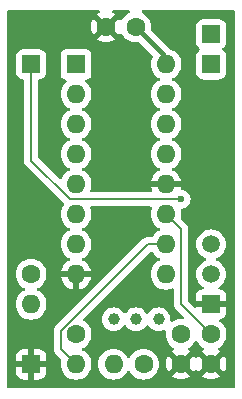
<source format=gbr>
%TF.GenerationSoftware,KiCad,Pcbnew,8.0.6*%
%TF.CreationDate,2024-11-20T20:55:37+11:00*%
%TF.ProjectId,clock-divider,636c6f63-6b2d-4646-9976-696465722e6b,1*%
%TF.SameCoordinates,Original*%
%TF.FileFunction,Copper,L1,Top*%
%TF.FilePolarity,Positive*%
%FSLAX46Y46*%
G04 Gerber Fmt 4.6, Leading zero omitted, Abs format (unit mm)*
G04 Created by KiCad (PCBNEW 8.0.6) date 2024-11-20 20:55:37*
%MOMM*%
%LPD*%
G01*
G04 APERTURE LIST*
G04 Aperture macros list*
%AMRoundRect*
0 Rectangle with rounded corners*
0 $1 Rounding radius*
0 $2 $3 $4 $5 $6 $7 $8 $9 X,Y pos of 4 corners*
0 Add a 4 corners polygon primitive as box body*
4,1,4,$2,$3,$4,$5,$6,$7,$8,$9,$2,$3,0*
0 Add four circle primitives for the rounded corners*
1,1,$1+$1,$2,$3*
1,1,$1+$1,$4,$5*
1,1,$1+$1,$6,$7*
1,1,$1+$1,$8,$9*
0 Add four rect primitives between the rounded corners*
20,1,$1+$1,$2,$3,$4,$5,0*
20,1,$1+$1,$4,$5,$6,$7,0*
20,1,$1+$1,$6,$7,$8,$9,0*
20,1,$1+$1,$8,$9,$2,$3,0*%
G04 Aperture macros list end*
%TA.AperFunction,ComponentPad*%
%ADD10R,1.600000X1.600000*%
%TD*%
%TA.AperFunction,ComponentPad*%
%ADD11O,1.600000X1.600000*%
%TD*%
%TA.AperFunction,ComponentPad*%
%ADD12RoundRect,0.250000X-0.550000X-0.550000X0.550000X-0.550000X0.550000X0.550000X-0.550000X0.550000X0*%
%TD*%
%TA.AperFunction,ComponentPad*%
%ADD13C,1.600000*%
%TD*%
%TA.AperFunction,ComponentPad*%
%ADD14R,1.500000X1.500000*%
%TD*%
%TA.AperFunction,ComponentPad*%
%ADD15C,1.500000*%
%TD*%
%TA.AperFunction,ComponentPad*%
%ADD16C,1.000000*%
%TD*%
%TA.AperFunction,ViaPad*%
%ADD17C,0.600000*%
%TD*%
%TA.AperFunction,Conductor*%
%ADD18C,0.200000*%
%TD*%
%TA.AperFunction,Conductor*%
%ADD19C,0.400000*%
%TD*%
G04 APERTURE END LIST*
D10*
%TO.P,U1,1,Q12*%
%TO.N,Net-(JP8-A)*%
X67310000Y-76200000D03*
D11*
%TO.P,U1,2,Q13*%
%TO.N,Net-(JP9-A)*%
X67310000Y-78740000D03*
%TO.P,U1,3,Q14*%
%TO.N,Net-(JP10-A)*%
X67310000Y-81280000D03*
%TO.P,U1,4,Q6*%
%TO.N,Net-(JP3-A)*%
X67310000Y-83820000D03*
%TO.P,U1,5,Q5*%
%TO.N,Net-(JP2-A)*%
X67310000Y-86360000D03*
%TO.P,U1,6,Q7*%
%TO.N,Net-(JP4-A)*%
X67310000Y-88900000D03*
%TO.P,U1,7,Q4*%
%TO.N,Net-(JP1-A)*%
X67310000Y-91440000D03*
%TO.P,U1,8,VSS*%
%TO.N,GND*%
X67310000Y-93980000D03*
%TO.P,U1,9,~{\u03A60}*%
%TO.N,unconnected-(U1-~{\u03A60}-Pad9)*%
X74930000Y-93980000D03*
%TO.P,U1,10,\u03A60*%
%TO.N,Net-(U1-\u03A60)*%
X74930000Y-91440000D03*
%TO.P,U1,11,~{\u03A61}*%
%TO.N,Net-(JP11-B)*%
X74930000Y-88900000D03*
%TO.P,U1,12,CLR*%
%TO.N,GND*%
X74930000Y-86360000D03*
%TO.P,U1,13,Q9*%
%TO.N,Net-(JP6-A)*%
X74930000Y-83820000D03*
%TO.P,U1,14,Q8*%
%TO.N,Net-(JP5-A)*%
X74930000Y-81280000D03*
%TO.P,U1,15,Q10*%
%TO.N,Net-(JP7-A)*%
X74930000Y-78740000D03*
%TO.P,U1,16,VDD*%
%TO.N,+5V*%
X74930000Y-76200000D03*
%TD*%
D12*
%TO.P,J2,1,Pin_1*%
%TO.N,+5V*%
X78740000Y-73660000D03*
%TD*%
%TO.P,J3,1,Pin_1*%
%TO.N,Net-(J3-Pin_1)*%
X63500000Y-76200000D03*
%TD*%
D13*
%TO.P,C3,1*%
%TO.N,+5V*%
X72350000Y-73025000D03*
%TO.P,C3,2*%
%TO.N,GND*%
X69850000Y-73025000D03*
%TD*%
%TO.P,R3,1*%
%TO.N,Net-(JP1-B)*%
X63500000Y-93980000D03*
D11*
%TO.P,R3,2*%
%TO.N,Net-(Q1-B)*%
X63500000Y-96520000D03*
%TD*%
D14*
%TO.P,Q1,1,E*%
%TO.N,GND*%
X78740000Y-96520000D03*
D15*
%TO.P,Q1,2,B*%
%TO.N,Net-(Q1-B)*%
X78740000Y-93980000D03*
%TO.P,Q1,3,C*%
%TO.N,Net-(J4-Pin_1)*%
X78740000Y-91440000D03*
%TD*%
D12*
%TO.P,J1,1,Pin_1*%
%TO.N,GND*%
X63500000Y-101600000D03*
%TD*%
D13*
%TO.P,R2,1*%
%TO.N,Net-(C1-Pad1)*%
X73025000Y-101600000D03*
D11*
%TO.P,R2,2*%
%TO.N,Net-(U1-\u03A60)*%
X70485000Y-101600000D03*
%TD*%
D13*
%TO.P,C1,1*%
%TO.N,Net-(C1-Pad1)*%
X76200000Y-99060000D03*
%TO.P,C1,2*%
%TO.N,GND*%
X76200000Y-101560000D03*
%TD*%
D16*
%TO.P,Y1,1,1*%
%TO.N,Net-(JP11-B)*%
X70485000Y-97790000D03*
%TO.P,Y1,2,2*%
%TO.N,Net-(C1-Pad1)*%
X72385000Y-97790000D03*
X74295000Y-97790000D03*
%TD*%
D13*
%TO.P,R1,1*%
%TO.N,Net-(JP11-B)*%
X67310000Y-99060000D03*
D11*
%TO.P,R1,2*%
%TO.N,Net-(U1-\u03A60)*%
X67310000Y-101600000D03*
%TD*%
D12*
%TO.P,J4,1,Pin_1*%
%TO.N,Net-(J4-Pin_1)*%
X78740000Y-76200000D03*
%TD*%
D13*
%TO.P,C2,1*%
%TO.N,Net-(JP11-B)*%
X78740000Y-99060000D03*
%TO.P,C2,2*%
%TO.N,GND*%
X78740000Y-101560000D03*
%TD*%
D17*
%TO.N,Net-(J3-Pin_1)*%
X76200000Y-87630000D03*
%TD*%
D18*
%TO.N,Net-(U1-\u03A60)*%
X74930000Y-91440000D02*
X73374365Y-91440000D01*
X66040000Y-98774365D02*
X66040000Y-100330000D01*
X66040000Y-100330000D02*
X67310000Y-101600000D01*
X73374365Y-91440000D02*
X66040000Y-98774365D01*
D19*
%TO.N,+5V*%
X72350000Y-73025000D02*
X74680000Y-75355000D01*
X74680000Y-75355000D02*
X74680000Y-76215000D01*
D18*
%TO.N,Net-(J3-Pin_1)*%
X63500000Y-84370635D02*
X66759365Y-87630000D01*
X63500000Y-76200000D02*
X63500000Y-84370635D01*
X66759365Y-87630000D02*
X76200000Y-87630000D01*
%TO.N,Net-(JP11-B)*%
X76200000Y-96520000D02*
X78740000Y-99060000D01*
X76200000Y-90170000D02*
X76200000Y-96520000D01*
X74930000Y-88900000D02*
X76200000Y-90170000D01*
%TD*%
%TA.AperFunction,Conductor*%
%TO.N,GND*%
G36*
X69293609Y-71640185D02*
G01*
X69339364Y-71692989D01*
X69349308Y-71762147D01*
X69320283Y-71825703D01*
X69278974Y-71856882D01*
X69197520Y-71894864D01*
X69197512Y-71894868D01*
X69124526Y-71945973D01*
X69124526Y-71945974D01*
X69803553Y-72625000D01*
X69797339Y-72625000D01*
X69695606Y-72652259D01*
X69604394Y-72704920D01*
X69529920Y-72779394D01*
X69477259Y-72870606D01*
X69450000Y-72972339D01*
X69450000Y-72978552D01*
X68770974Y-72299526D01*
X68770973Y-72299526D01*
X68719868Y-72372512D01*
X68719866Y-72372516D01*
X68623734Y-72578673D01*
X68623730Y-72578682D01*
X68564860Y-72798389D01*
X68564858Y-72798400D01*
X68545034Y-73024997D01*
X68545034Y-73025002D01*
X68564858Y-73251599D01*
X68564860Y-73251610D01*
X68623730Y-73471317D01*
X68623735Y-73471331D01*
X68719863Y-73677478D01*
X68770974Y-73750472D01*
X69450000Y-73071446D01*
X69450000Y-73077661D01*
X69477259Y-73179394D01*
X69529920Y-73270606D01*
X69604394Y-73345080D01*
X69695606Y-73397741D01*
X69797339Y-73425000D01*
X69803553Y-73425000D01*
X69124526Y-74104025D01*
X69197513Y-74155132D01*
X69197521Y-74155136D01*
X69403668Y-74251264D01*
X69403682Y-74251269D01*
X69623389Y-74310139D01*
X69623400Y-74310141D01*
X69849998Y-74329966D01*
X69850002Y-74329966D01*
X70076599Y-74310141D01*
X70076610Y-74310139D01*
X70296317Y-74251269D01*
X70296331Y-74251264D01*
X70502478Y-74155136D01*
X70575471Y-74104024D01*
X69896447Y-73425000D01*
X69902661Y-73425000D01*
X70004394Y-73397741D01*
X70095606Y-73345080D01*
X70170080Y-73270606D01*
X70222741Y-73179394D01*
X70250000Y-73077661D01*
X70250000Y-73071447D01*
X70929024Y-73750471D01*
X70980134Y-73677481D01*
X70987340Y-73662028D01*
X71033511Y-73609587D01*
X71100704Y-73590433D01*
X71167585Y-73610646D01*
X71212105Y-73662022D01*
X71219430Y-73677730D01*
X71219432Y-73677734D01*
X71349954Y-73864141D01*
X71510858Y-74025045D01*
X71510861Y-74025047D01*
X71697266Y-74155568D01*
X71903504Y-74251739D01*
X72123308Y-74310635D01*
X72285230Y-74324801D01*
X72349998Y-74330468D01*
X72350000Y-74330468D01*
X72350001Y-74330468D01*
X72368304Y-74328866D01*
X72576692Y-74310635D01*
X72576697Y-74310633D01*
X72581881Y-74310180D01*
X72650381Y-74323946D01*
X72680370Y-74346027D01*
X73764170Y-75429827D01*
X73797655Y-75491150D01*
X73792671Y-75560842D01*
X73788871Y-75569913D01*
X73703262Y-75753502D01*
X73703258Y-75753511D01*
X73644366Y-75973302D01*
X73644364Y-75973313D01*
X73624532Y-76199998D01*
X73624532Y-76200001D01*
X73644364Y-76426686D01*
X73644366Y-76426697D01*
X73703258Y-76646488D01*
X73703261Y-76646497D01*
X73799431Y-76852732D01*
X73799432Y-76852734D01*
X73929954Y-77039141D01*
X74090858Y-77200045D01*
X74090861Y-77200047D01*
X74277266Y-77330568D01*
X74335275Y-77357618D01*
X74387714Y-77403791D01*
X74406866Y-77470984D01*
X74386650Y-77537865D01*
X74335275Y-77582381D01*
X74318272Y-77590310D01*
X74277267Y-77609431D01*
X74277265Y-77609432D01*
X74090858Y-77739954D01*
X73929954Y-77900858D01*
X73799432Y-78087265D01*
X73799431Y-78087267D01*
X73703261Y-78293502D01*
X73703258Y-78293511D01*
X73644366Y-78513302D01*
X73644364Y-78513313D01*
X73624532Y-78739998D01*
X73624532Y-78740001D01*
X73644364Y-78966686D01*
X73644366Y-78966697D01*
X73703258Y-79186488D01*
X73703261Y-79186497D01*
X73799431Y-79392732D01*
X73799432Y-79392734D01*
X73929954Y-79579141D01*
X74090858Y-79740045D01*
X74090861Y-79740047D01*
X74277266Y-79870568D01*
X74335275Y-79897618D01*
X74387714Y-79943791D01*
X74406866Y-80010984D01*
X74386650Y-80077865D01*
X74335275Y-80122382D01*
X74277267Y-80149431D01*
X74277265Y-80149432D01*
X74090858Y-80279954D01*
X73929954Y-80440858D01*
X73799432Y-80627265D01*
X73799431Y-80627267D01*
X73703261Y-80833502D01*
X73703258Y-80833511D01*
X73644366Y-81053302D01*
X73644364Y-81053313D01*
X73624532Y-81279998D01*
X73624532Y-81280001D01*
X73644364Y-81506686D01*
X73644366Y-81506697D01*
X73703258Y-81726488D01*
X73703261Y-81726497D01*
X73799431Y-81932732D01*
X73799432Y-81932734D01*
X73929954Y-82119141D01*
X74090858Y-82280045D01*
X74090861Y-82280047D01*
X74277266Y-82410568D01*
X74335275Y-82437618D01*
X74387714Y-82483791D01*
X74406866Y-82550984D01*
X74386650Y-82617865D01*
X74335275Y-82662382D01*
X74277267Y-82689431D01*
X74277265Y-82689432D01*
X74090858Y-82819954D01*
X73929954Y-82980858D01*
X73799432Y-83167265D01*
X73799431Y-83167267D01*
X73703261Y-83373502D01*
X73703258Y-83373511D01*
X73644366Y-83593302D01*
X73644364Y-83593313D01*
X73624532Y-83819998D01*
X73624532Y-83820001D01*
X73644364Y-84046686D01*
X73644366Y-84046697D01*
X73703258Y-84266488D01*
X73703261Y-84266497D01*
X73799431Y-84472732D01*
X73799432Y-84472734D01*
X73929954Y-84659141D01*
X74090858Y-84820045D01*
X74090861Y-84820047D01*
X74277266Y-84950568D01*
X74335865Y-84977893D01*
X74388305Y-85024065D01*
X74407457Y-85091258D01*
X74387242Y-85158139D01*
X74335867Y-85202657D01*
X74277515Y-85229867D01*
X74091179Y-85360342D01*
X73930342Y-85521179D01*
X73799865Y-85707517D01*
X73703734Y-85913673D01*
X73703730Y-85913682D01*
X73651127Y-86109999D01*
X73651128Y-86110000D01*
X74614314Y-86110000D01*
X74609920Y-86114394D01*
X74557259Y-86205606D01*
X74530000Y-86307339D01*
X74530000Y-86412661D01*
X74557259Y-86514394D01*
X74609920Y-86605606D01*
X74614314Y-86610000D01*
X73651128Y-86610000D01*
X73703730Y-86806317D01*
X73703735Y-86806331D01*
X73725542Y-86853096D01*
X73736034Y-86922174D01*
X73707514Y-86985957D01*
X73649037Y-87024196D01*
X73613160Y-87029500D01*
X68627391Y-87029500D01*
X68560352Y-87009815D01*
X68514597Y-86957011D01*
X68504653Y-86887853D01*
X68515009Y-86853095D01*
X68536739Y-86806496D01*
X68595635Y-86586692D01*
X68615468Y-86360000D01*
X68595635Y-86133308D01*
X68536739Y-85913504D01*
X68440568Y-85707266D01*
X68310047Y-85520861D01*
X68310045Y-85520858D01*
X68149141Y-85359954D01*
X67962734Y-85229432D01*
X67962728Y-85229429D01*
X67904725Y-85202382D01*
X67852285Y-85156210D01*
X67833133Y-85089017D01*
X67853348Y-85022135D01*
X67904725Y-84977618D01*
X67962734Y-84950568D01*
X68149139Y-84820047D01*
X68310047Y-84659139D01*
X68440568Y-84472734D01*
X68536739Y-84266496D01*
X68595635Y-84046692D01*
X68615468Y-83820000D01*
X68595635Y-83593308D01*
X68536739Y-83373504D01*
X68440568Y-83167266D01*
X68310047Y-82980861D01*
X68310045Y-82980858D01*
X68149141Y-82819954D01*
X67962734Y-82689432D01*
X67962728Y-82689429D01*
X67904725Y-82662382D01*
X67852285Y-82616210D01*
X67833133Y-82549017D01*
X67853348Y-82482135D01*
X67904725Y-82437618D01*
X67962734Y-82410568D01*
X68149139Y-82280047D01*
X68310047Y-82119139D01*
X68440568Y-81932734D01*
X68536739Y-81726496D01*
X68595635Y-81506692D01*
X68615468Y-81280000D01*
X68595635Y-81053308D01*
X68536739Y-80833504D01*
X68440568Y-80627266D01*
X68310047Y-80440861D01*
X68310045Y-80440858D01*
X68149141Y-80279954D01*
X67962734Y-80149432D01*
X67962728Y-80149429D01*
X67904725Y-80122382D01*
X67852285Y-80076210D01*
X67833133Y-80009017D01*
X67853348Y-79942135D01*
X67904725Y-79897618D01*
X67962734Y-79870568D01*
X68149139Y-79740047D01*
X68310047Y-79579139D01*
X68440568Y-79392734D01*
X68536739Y-79186496D01*
X68595635Y-78966692D01*
X68615468Y-78740000D01*
X68595635Y-78513308D01*
X68536739Y-78293504D01*
X68440568Y-78087266D01*
X68310047Y-77900861D01*
X68310045Y-77900858D01*
X68149143Y-77739956D01*
X68124536Y-77722726D01*
X68080912Y-77668149D01*
X68073719Y-77598650D01*
X68105241Y-77536296D01*
X68165471Y-77500882D01*
X68182404Y-77497861D01*
X68217483Y-77494091D01*
X68352331Y-77443796D01*
X68467546Y-77357546D01*
X68553796Y-77242331D01*
X68604091Y-77107483D01*
X68610500Y-77047873D01*
X68610499Y-75352128D01*
X68604091Y-75292517D01*
X68569567Y-75199954D01*
X68553797Y-75157671D01*
X68553793Y-75157664D01*
X68467547Y-75042455D01*
X68467544Y-75042452D01*
X68352335Y-74956206D01*
X68352328Y-74956202D01*
X68217482Y-74905908D01*
X68217483Y-74905908D01*
X68157883Y-74899501D01*
X68157881Y-74899500D01*
X68157873Y-74899500D01*
X68157864Y-74899500D01*
X66462129Y-74899500D01*
X66462123Y-74899501D01*
X66402516Y-74905908D01*
X66267671Y-74956202D01*
X66267664Y-74956206D01*
X66152455Y-75042452D01*
X66152452Y-75042455D01*
X66066206Y-75157664D01*
X66066202Y-75157671D01*
X66015908Y-75292517D01*
X66011807Y-75330666D01*
X66009501Y-75352123D01*
X66009500Y-75352135D01*
X66009500Y-77047870D01*
X66009501Y-77047876D01*
X66015908Y-77107483D01*
X66066202Y-77242328D01*
X66066206Y-77242335D01*
X66152452Y-77357544D01*
X66152455Y-77357547D01*
X66267664Y-77443793D01*
X66267671Y-77443797D01*
X66312618Y-77460561D01*
X66402517Y-77494091D01*
X66437596Y-77497862D01*
X66502144Y-77524599D01*
X66541993Y-77581991D01*
X66544488Y-77651816D01*
X66508836Y-77711905D01*
X66495464Y-77722725D01*
X66470858Y-77739954D01*
X66309954Y-77900858D01*
X66179432Y-78087265D01*
X66179431Y-78087267D01*
X66083261Y-78293502D01*
X66083258Y-78293511D01*
X66024366Y-78513302D01*
X66024364Y-78513313D01*
X66004532Y-78739998D01*
X66004532Y-78740001D01*
X66024364Y-78966686D01*
X66024366Y-78966697D01*
X66083258Y-79186488D01*
X66083261Y-79186497D01*
X66179431Y-79392732D01*
X66179432Y-79392734D01*
X66309954Y-79579141D01*
X66470858Y-79740045D01*
X66470861Y-79740047D01*
X66657266Y-79870568D01*
X66715275Y-79897618D01*
X66767714Y-79943791D01*
X66786866Y-80010984D01*
X66766650Y-80077865D01*
X66715275Y-80122382D01*
X66657267Y-80149431D01*
X66657265Y-80149432D01*
X66470858Y-80279954D01*
X66309954Y-80440858D01*
X66179432Y-80627265D01*
X66179431Y-80627267D01*
X66083261Y-80833502D01*
X66083258Y-80833511D01*
X66024366Y-81053302D01*
X66024364Y-81053313D01*
X66004532Y-81279998D01*
X66004532Y-81280001D01*
X66024364Y-81506686D01*
X66024366Y-81506697D01*
X66083258Y-81726488D01*
X66083261Y-81726497D01*
X66179431Y-81932732D01*
X66179432Y-81932734D01*
X66309954Y-82119141D01*
X66470858Y-82280045D01*
X66470861Y-82280047D01*
X66657266Y-82410568D01*
X66715275Y-82437618D01*
X66767714Y-82483791D01*
X66786866Y-82550984D01*
X66766650Y-82617865D01*
X66715275Y-82662382D01*
X66657267Y-82689431D01*
X66657265Y-82689432D01*
X66470858Y-82819954D01*
X66309954Y-82980858D01*
X66179432Y-83167265D01*
X66179431Y-83167267D01*
X66083261Y-83373502D01*
X66083258Y-83373511D01*
X66024366Y-83593302D01*
X66024364Y-83593313D01*
X66004532Y-83819998D01*
X66004532Y-83820001D01*
X66024364Y-84046686D01*
X66024366Y-84046697D01*
X66083258Y-84266488D01*
X66083261Y-84266497D01*
X66179431Y-84472732D01*
X66179432Y-84472734D01*
X66309954Y-84659141D01*
X66470858Y-84820045D01*
X66470861Y-84820047D01*
X66657266Y-84950568D01*
X66715275Y-84977618D01*
X66767714Y-85023791D01*
X66786866Y-85090984D01*
X66766650Y-85157865D01*
X66715275Y-85202382D01*
X66657267Y-85229431D01*
X66657265Y-85229432D01*
X66470858Y-85359954D01*
X66309954Y-85520858D01*
X66179433Y-85707264D01*
X66097311Y-85883373D01*
X66051138Y-85935812D01*
X65983944Y-85954963D01*
X65917063Y-85934747D01*
X65897248Y-85918648D01*
X64136819Y-84158219D01*
X64103334Y-84096896D01*
X64100500Y-84070538D01*
X64100500Y-77612162D01*
X64120185Y-77545123D01*
X64172989Y-77499368D01*
X64198552Y-77490907D01*
X64202788Y-77489999D01*
X64202797Y-77489999D01*
X64369334Y-77434814D01*
X64518656Y-77342712D01*
X64642712Y-77218656D01*
X64734814Y-77069334D01*
X64789999Y-76902797D01*
X64800500Y-76800009D01*
X64800499Y-75599992D01*
X64789999Y-75497203D01*
X64734814Y-75330666D01*
X64642712Y-75181344D01*
X64518656Y-75057288D01*
X64425888Y-75000069D01*
X64369336Y-74965187D01*
X64369331Y-74965185D01*
X64342222Y-74956202D01*
X64202797Y-74910001D01*
X64202795Y-74910000D01*
X64100010Y-74899500D01*
X62899998Y-74899500D01*
X62899981Y-74899501D01*
X62797203Y-74910000D01*
X62797200Y-74910001D01*
X62630668Y-74965185D01*
X62630663Y-74965187D01*
X62481342Y-75057289D01*
X62357289Y-75181342D01*
X62265187Y-75330663D01*
X62265185Y-75330668D01*
X62258074Y-75352128D01*
X62210001Y-75497203D01*
X62210001Y-75497204D01*
X62210000Y-75497204D01*
X62199500Y-75599983D01*
X62199500Y-76800001D01*
X62199501Y-76800018D01*
X62210000Y-76902796D01*
X62210001Y-76902799D01*
X62258078Y-77047883D01*
X62265186Y-77069334D01*
X62357288Y-77218656D01*
X62481344Y-77342712D01*
X62630666Y-77434814D01*
X62797203Y-77489999D01*
X62797209Y-77489999D01*
X62801448Y-77490907D01*
X62862884Y-77524185D01*
X62896576Y-77585394D01*
X62899500Y-77612162D01*
X62899500Y-84283965D01*
X62899499Y-84283983D01*
X62899499Y-84449689D01*
X62899498Y-84449689D01*
X62899499Y-84449692D01*
X62940423Y-84602420D01*
X62940424Y-84602422D01*
X62940423Y-84602422D01*
X62949426Y-84618014D01*
X62949427Y-84618015D01*
X63019477Y-84739347D01*
X63019481Y-84739352D01*
X63138349Y-84858220D01*
X63138355Y-84858225D01*
X66249162Y-87969032D01*
X66282647Y-88030355D01*
X66277663Y-88100047D01*
X66263057Y-88127835D01*
X66179431Y-88247267D01*
X66083261Y-88453502D01*
X66083258Y-88453511D01*
X66024366Y-88673302D01*
X66024364Y-88673313D01*
X66004532Y-88899998D01*
X66004532Y-88900001D01*
X66024364Y-89126686D01*
X66024366Y-89126697D01*
X66083258Y-89346488D01*
X66083261Y-89346497D01*
X66179431Y-89552732D01*
X66179432Y-89552734D01*
X66309954Y-89739141D01*
X66470858Y-89900045D01*
X66470861Y-89900047D01*
X66657266Y-90030568D01*
X66715275Y-90057618D01*
X66767714Y-90103791D01*
X66786866Y-90170984D01*
X66766650Y-90237865D01*
X66715275Y-90282382D01*
X66657267Y-90309431D01*
X66657265Y-90309432D01*
X66470858Y-90439954D01*
X66309954Y-90600858D01*
X66179432Y-90787265D01*
X66179431Y-90787267D01*
X66083261Y-90993502D01*
X66083258Y-90993511D01*
X66024366Y-91213302D01*
X66024364Y-91213313D01*
X66004532Y-91439998D01*
X66004532Y-91440001D01*
X66024364Y-91666686D01*
X66024366Y-91666697D01*
X66083258Y-91886488D01*
X66083261Y-91886497D01*
X66179431Y-92092732D01*
X66179432Y-92092734D01*
X66309954Y-92279141D01*
X66470858Y-92440045D01*
X66470861Y-92440047D01*
X66657266Y-92570568D01*
X66715865Y-92597893D01*
X66768305Y-92644065D01*
X66787457Y-92711258D01*
X66767242Y-92778139D01*
X66715867Y-92822657D01*
X66657515Y-92849867D01*
X66471179Y-92980342D01*
X66310342Y-93141179D01*
X66179865Y-93327517D01*
X66083734Y-93533673D01*
X66083730Y-93533682D01*
X66031127Y-93729999D01*
X66031128Y-93730000D01*
X66994314Y-93730000D01*
X66989920Y-93734394D01*
X66937259Y-93825606D01*
X66910000Y-93927339D01*
X66910000Y-94032661D01*
X66937259Y-94134394D01*
X66989920Y-94225606D01*
X66994314Y-94230000D01*
X66031128Y-94230000D01*
X66083730Y-94426317D01*
X66083734Y-94426326D01*
X66179865Y-94632482D01*
X66310342Y-94818820D01*
X66471179Y-94979657D01*
X66657517Y-95110134D01*
X66863673Y-95206265D01*
X66863682Y-95206269D01*
X67059999Y-95258872D01*
X67060000Y-95258871D01*
X67060000Y-94295686D01*
X67064394Y-94300080D01*
X67155606Y-94352741D01*
X67257339Y-94380000D01*
X67362661Y-94380000D01*
X67464394Y-94352741D01*
X67555606Y-94300080D01*
X67560000Y-94295686D01*
X67560000Y-95258872D01*
X67756317Y-95206269D01*
X67756326Y-95206265D01*
X67962482Y-95110134D01*
X68148820Y-94979657D01*
X68309657Y-94818820D01*
X68440134Y-94632482D01*
X68536265Y-94426326D01*
X68536269Y-94426317D01*
X68588872Y-94230000D01*
X67625686Y-94230000D01*
X67630080Y-94225606D01*
X67682741Y-94134394D01*
X67710000Y-94032661D01*
X67710000Y-93927339D01*
X67682741Y-93825606D01*
X67630080Y-93734394D01*
X67625686Y-93730000D01*
X68588872Y-93730000D01*
X68588872Y-93729999D01*
X68536269Y-93533682D01*
X68536265Y-93533673D01*
X68440134Y-93327517D01*
X68309657Y-93141179D01*
X68148820Y-92980342D01*
X67962482Y-92849865D01*
X67904133Y-92822657D01*
X67851694Y-92776484D01*
X67832542Y-92709291D01*
X67852758Y-92642410D01*
X67904129Y-92597895D01*
X67962734Y-92570568D01*
X68149139Y-92440047D01*
X68310047Y-92279139D01*
X68440568Y-92092734D01*
X68536739Y-91886496D01*
X68595635Y-91666692D01*
X68615468Y-91440000D01*
X68595635Y-91213308D01*
X68550916Y-91046415D01*
X68536741Y-90993511D01*
X68536738Y-90993502D01*
X68520871Y-90959475D01*
X68440568Y-90787266D01*
X68332637Y-90633123D01*
X68310045Y-90600858D01*
X68149141Y-90439954D01*
X67962734Y-90309432D01*
X67962728Y-90309429D01*
X67904725Y-90282382D01*
X67852285Y-90236210D01*
X67833133Y-90169017D01*
X67853348Y-90102135D01*
X67904725Y-90057618D01*
X67962734Y-90030568D01*
X68149139Y-89900047D01*
X68310047Y-89739139D01*
X68440568Y-89552734D01*
X68536739Y-89346496D01*
X68595635Y-89126692D01*
X68615468Y-88900000D01*
X68595635Y-88673308D01*
X68536739Y-88453504D01*
X68515008Y-88406903D01*
X68504517Y-88337828D01*
X68533036Y-88274044D01*
X68591513Y-88235804D01*
X68627391Y-88230500D01*
X73612609Y-88230500D01*
X73679648Y-88250185D01*
X73725403Y-88302989D01*
X73735347Y-88372147D01*
X73724991Y-88406905D01*
X73703261Y-88453502D01*
X73703258Y-88453511D01*
X73644366Y-88673302D01*
X73644364Y-88673313D01*
X73624532Y-88899998D01*
X73624532Y-88900001D01*
X73644364Y-89126686D01*
X73644366Y-89126697D01*
X73703258Y-89346488D01*
X73703261Y-89346497D01*
X73799431Y-89552732D01*
X73799432Y-89552734D01*
X73929954Y-89739141D01*
X74090858Y-89900045D01*
X74090861Y-89900047D01*
X74277266Y-90030568D01*
X74335275Y-90057618D01*
X74387714Y-90103791D01*
X74406866Y-90170984D01*
X74386650Y-90237865D01*
X74335275Y-90282382D01*
X74277267Y-90309431D01*
X74277265Y-90309432D01*
X74090858Y-90439954D01*
X73929954Y-90600858D01*
X73907362Y-90633124D01*
X73799881Y-90786624D01*
X73745307Y-90830248D01*
X73698308Y-90839500D01*
X73295305Y-90839500D01*
X73254384Y-90850464D01*
X73254384Y-90850465D01*
X73217116Y-90860451D01*
X73142579Y-90880423D01*
X73142574Y-90880426D01*
X73005655Y-90959475D01*
X73005647Y-90959481D01*
X65559479Y-98405649D01*
X65539418Y-98440396D01*
X65530939Y-98455084D01*
X65480423Y-98542580D01*
X65439499Y-98695308D01*
X65439499Y-98695310D01*
X65439499Y-98863411D01*
X65439500Y-98863424D01*
X65439500Y-100243330D01*
X65439499Y-100243348D01*
X65439499Y-100409054D01*
X65439498Y-100409054D01*
X65480423Y-100561785D01*
X65502458Y-100599949D01*
X65502459Y-100599953D01*
X65502460Y-100599953D01*
X65559479Y-100698714D01*
X65559481Y-100698717D01*
X65678349Y-100817585D01*
X65678355Y-100817590D01*
X66018058Y-101157293D01*
X66051543Y-101218616D01*
X66050152Y-101277067D01*
X66024366Y-101373302D01*
X66024364Y-101373313D01*
X66004532Y-101599998D01*
X66004532Y-101600001D01*
X66024364Y-101826686D01*
X66024366Y-101826697D01*
X66083258Y-102046488D01*
X66083261Y-102046497D01*
X66179431Y-102252732D01*
X66179432Y-102252734D01*
X66309954Y-102439141D01*
X66470858Y-102600045D01*
X66470861Y-102600047D01*
X66657266Y-102730568D01*
X66863504Y-102826739D01*
X66863509Y-102826740D01*
X66863511Y-102826741D01*
X66916415Y-102840916D01*
X67083308Y-102885635D01*
X67245230Y-102899801D01*
X67309998Y-102905468D01*
X67310000Y-102905468D01*
X67310002Y-102905468D01*
X67372522Y-102899998D01*
X67536692Y-102885635D01*
X67756496Y-102826739D01*
X67962734Y-102730568D01*
X68149139Y-102600047D01*
X68310047Y-102439139D01*
X68440568Y-102252734D01*
X68536739Y-102046496D01*
X68595635Y-101826692D01*
X68615468Y-101600000D01*
X68615468Y-101599998D01*
X69179532Y-101599998D01*
X69179532Y-101600001D01*
X69199364Y-101826686D01*
X69199366Y-101826697D01*
X69258258Y-102046488D01*
X69258261Y-102046497D01*
X69354431Y-102252732D01*
X69354432Y-102252734D01*
X69484954Y-102439141D01*
X69645858Y-102600045D01*
X69645861Y-102600047D01*
X69832266Y-102730568D01*
X70038504Y-102826739D01*
X70038509Y-102826740D01*
X70038511Y-102826741D01*
X70091415Y-102840916D01*
X70258308Y-102885635D01*
X70420230Y-102899801D01*
X70484998Y-102905468D01*
X70485000Y-102905468D01*
X70485002Y-102905468D01*
X70547522Y-102899998D01*
X70711692Y-102885635D01*
X70931496Y-102826739D01*
X71137734Y-102730568D01*
X71324139Y-102600047D01*
X71485047Y-102439139D01*
X71615568Y-102252734D01*
X71642618Y-102194724D01*
X71688790Y-102142285D01*
X71755983Y-102123133D01*
X71822865Y-102143348D01*
X71867382Y-102194725D01*
X71894429Y-102252728D01*
X71894432Y-102252734D01*
X72024954Y-102439141D01*
X72185858Y-102600045D01*
X72185861Y-102600047D01*
X72372266Y-102730568D01*
X72578504Y-102826739D01*
X72578509Y-102826740D01*
X72578511Y-102826741D01*
X72631415Y-102840916D01*
X72798308Y-102885635D01*
X72960230Y-102899801D01*
X73024998Y-102905468D01*
X73025000Y-102905468D01*
X73025002Y-102905468D01*
X73087522Y-102899998D01*
X73251692Y-102885635D01*
X73471496Y-102826739D01*
X73677734Y-102730568D01*
X73864139Y-102600047D01*
X74025047Y-102439139D01*
X74155568Y-102252734D01*
X74251739Y-102046496D01*
X74310635Y-101826692D01*
X74330468Y-101600000D01*
X74326968Y-101560000D01*
X74314352Y-101415795D01*
X74310635Y-101373308D01*
X74251739Y-101153504D01*
X74155568Y-100947266D01*
X74025047Y-100760861D01*
X74025045Y-100760858D01*
X73864140Y-100599953D01*
X73677734Y-100469432D01*
X73677732Y-100469431D01*
X73471497Y-100373261D01*
X73471488Y-100373258D01*
X73251697Y-100314366D01*
X73251693Y-100314365D01*
X73251692Y-100314365D01*
X73251691Y-100314364D01*
X73251686Y-100314364D01*
X73025002Y-100294532D01*
X73024998Y-100294532D01*
X72798313Y-100314364D01*
X72798302Y-100314366D01*
X72578511Y-100373258D01*
X72578502Y-100373261D01*
X72372267Y-100469431D01*
X72372265Y-100469432D01*
X72185860Y-100599953D01*
X72024954Y-100760858D01*
X71894432Y-100947265D01*
X71894431Y-100947267D01*
X71867382Y-101005275D01*
X71821209Y-101057714D01*
X71754016Y-101076866D01*
X71687135Y-101056650D01*
X71642618Y-101005275D01*
X71624517Y-100966457D01*
X71615568Y-100947266D01*
X71485047Y-100760861D01*
X71485045Y-100760858D01*
X71324140Y-100599953D01*
X71137734Y-100469432D01*
X71137732Y-100469431D01*
X70931497Y-100373261D01*
X70931488Y-100373258D01*
X70711697Y-100314366D01*
X70711693Y-100314365D01*
X70711692Y-100314365D01*
X70711691Y-100314364D01*
X70711686Y-100314364D01*
X70485002Y-100294532D01*
X70484998Y-100294532D01*
X70258313Y-100314364D01*
X70258302Y-100314366D01*
X70038511Y-100373258D01*
X70038502Y-100373261D01*
X69832267Y-100469431D01*
X69832265Y-100469432D01*
X69645860Y-100599953D01*
X69484954Y-100760858D01*
X69354432Y-100947265D01*
X69354431Y-100947267D01*
X69258261Y-101153502D01*
X69258258Y-101153511D01*
X69199366Y-101373302D01*
X69199364Y-101373313D01*
X69179532Y-101599998D01*
X68615468Y-101599998D01*
X68611968Y-101560000D01*
X68599352Y-101415795D01*
X68595635Y-101373308D01*
X68536739Y-101153504D01*
X68440568Y-100947266D01*
X68310047Y-100760861D01*
X68310045Y-100760858D01*
X68149140Y-100599953D01*
X67962734Y-100469432D01*
X67962728Y-100469429D01*
X67904725Y-100442382D01*
X67852285Y-100396210D01*
X67833133Y-100329017D01*
X67853348Y-100262135D01*
X67904725Y-100217618D01*
X67962734Y-100190568D01*
X68149139Y-100060047D01*
X68310047Y-99899139D01*
X68440568Y-99712734D01*
X68536739Y-99506496D01*
X68595635Y-99286692D01*
X68615468Y-99060000D01*
X68595635Y-98833308D01*
X68536739Y-98613504D01*
X68440568Y-98407266D01*
X68310047Y-98220861D01*
X68310045Y-98220858D01*
X68149141Y-98059954D01*
X67962734Y-97929432D01*
X67958043Y-97926724D01*
X67959294Y-97924555D01*
X67914781Y-97885203D01*
X67895763Y-97817971D01*
X67916113Y-97751130D01*
X67932071Y-97731527D01*
X73586781Y-92076819D01*
X73648104Y-92043334D01*
X73674462Y-92040500D01*
X73698308Y-92040500D01*
X73765347Y-92060185D01*
X73799880Y-92093374D01*
X73885480Y-92215624D01*
X73929954Y-92279141D01*
X74090858Y-92440045D01*
X74090861Y-92440047D01*
X74277266Y-92570568D01*
X74335275Y-92597618D01*
X74387714Y-92643791D01*
X74406866Y-92710984D01*
X74386650Y-92777865D01*
X74335275Y-92822382D01*
X74277267Y-92849431D01*
X74277265Y-92849432D01*
X74090858Y-92979954D01*
X73929954Y-93140858D01*
X73799432Y-93327265D01*
X73799431Y-93327267D01*
X73703261Y-93533502D01*
X73703258Y-93533511D01*
X73644366Y-93753302D01*
X73644364Y-93753313D01*
X73624532Y-93979998D01*
X73624532Y-93980001D01*
X73644364Y-94206686D01*
X73644366Y-94206697D01*
X73703258Y-94426488D01*
X73703261Y-94426497D01*
X73799431Y-94632732D01*
X73799432Y-94632734D01*
X73929954Y-94819141D01*
X74090858Y-94980045D01*
X74090861Y-94980047D01*
X74277266Y-95110568D01*
X74483504Y-95206739D01*
X74703308Y-95265635D01*
X74865230Y-95279801D01*
X74929998Y-95285468D01*
X74930000Y-95285468D01*
X74930002Y-95285468D01*
X74986673Y-95280509D01*
X75156692Y-95265635D01*
X75376496Y-95206739D01*
X75423096Y-95185008D01*
X75492172Y-95174517D01*
X75555956Y-95203036D01*
X75594196Y-95261513D01*
X75599500Y-95297391D01*
X75599500Y-96433330D01*
X75599499Y-96433348D01*
X75599499Y-96599054D01*
X75599498Y-96599054D01*
X75599499Y-96599057D01*
X75639058Y-96746692D01*
X75640424Y-96751787D01*
X75659402Y-96784657D01*
X75659403Y-96784660D01*
X75719475Y-96888709D01*
X75719481Y-96888717D01*
X75838349Y-97007585D01*
X75838355Y-97007590D01*
X76381336Y-97550571D01*
X76414821Y-97611894D01*
X76409837Y-97681586D01*
X76367965Y-97737519D01*
X76302501Y-97761936D01*
X76282848Y-97761780D01*
X76200002Y-97754532D01*
X76199998Y-97754532D01*
X75973313Y-97774364D01*
X75973302Y-97774366D01*
X75753511Y-97833258D01*
X75753502Y-97833261D01*
X75547267Y-97929431D01*
X75488265Y-97970744D01*
X75422058Y-97993071D01*
X75354291Y-97976059D01*
X75306479Y-97925110D01*
X75293740Y-97857016D01*
X75300341Y-97790000D01*
X75281024Y-97593868D01*
X75223814Y-97405273D01*
X75223811Y-97405269D01*
X75223811Y-97405266D01*
X75130913Y-97231467D01*
X75130909Y-97231460D01*
X75005883Y-97079116D01*
X74853539Y-96954090D01*
X74853532Y-96954086D01*
X74679733Y-96861188D01*
X74679727Y-96861186D01*
X74553997Y-96823046D01*
X74491129Y-96803975D01*
X74295000Y-96784659D01*
X74098870Y-96803975D01*
X73910266Y-96861188D01*
X73736467Y-96954086D01*
X73736460Y-96954090D01*
X73584116Y-97079116D01*
X73459090Y-97231460D01*
X73459088Y-97231464D01*
X73449358Y-97249668D01*
X73400395Y-97299512D01*
X73332257Y-97314972D01*
X73266577Y-97291140D01*
X73230642Y-97249668D01*
X73220911Y-97231464D01*
X73220909Y-97231460D01*
X73095883Y-97079116D01*
X72943539Y-96954090D01*
X72943532Y-96954086D01*
X72769733Y-96861188D01*
X72769727Y-96861186D01*
X72643997Y-96823046D01*
X72581129Y-96803975D01*
X72385000Y-96784659D01*
X72188870Y-96803975D01*
X72000266Y-96861188D01*
X71826467Y-96954086D01*
X71826460Y-96954090D01*
X71674116Y-97079116D01*
X71549090Y-97231460D01*
X71549088Y-97231464D01*
X71544358Y-97240314D01*
X71495395Y-97290158D01*
X71427257Y-97305618D01*
X71361578Y-97281786D01*
X71325642Y-97240314D01*
X71320911Y-97231464D01*
X71320909Y-97231460D01*
X71195883Y-97079116D01*
X71043539Y-96954090D01*
X71043532Y-96954086D01*
X70869733Y-96861188D01*
X70869727Y-96861186D01*
X70743997Y-96823046D01*
X70681129Y-96803975D01*
X70485000Y-96784659D01*
X70288870Y-96803975D01*
X70100266Y-96861188D01*
X69926467Y-96954086D01*
X69926460Y-96954090D01*
X69774116Y-97079116D01*
X69649090Y-97231460D01*
X69649086Y-97231467D01*
X69556188Y-97405266D01*
X69498975Y-97593870D01*
X69479659Y-97790000D01*
X69498975Y-97986129D01*
X69498976Y-97986132D01*
X69521369Y-98059953D01*
X69556188Y-98174733D01*
X69649086Y-98348532D01*
X69649090Y-98348539D01*
X69774116Y-98500883D01*
X69926460Y-98625909D01*
X69926467Y-98625913D01*
X70100266Y-98718811D01*
X70100269Y-98718811D01*
X70100273Y-98718814D01*
X70288868Y-98776024D01*
X70485000Y-98795341D01*
X70681132Y-98776024D01*
X70869727Y-98718814D01*
X70927137Y-98688128D01*
X71043532Y-98625913D01*
X71043538Y-98625910D01*
X71195883Y-98500883D01*
X71320910Y-98348538D01*
X71325640Y-98339687D01*
X71374602Y-98289843D01*
X71442739Y-98274381D01*
X71508419Y-98298211D01*
X71544360Y-98339688D01*
X71549091Y-98348539D01*
X71674116Y-98500883D01*
X71826460Y-98625909D01*
X71826467Y-98625913D01*
X72000266Y-98718811D01*
X72000269Y-98718811D01*
X72000273Y-98718814D01*
X72188868Y-98776024D01*
X72385000Y-98795341D01*
X72581132Y-98776024D01*
X72769727Y-98718814D01*
X72827137Y-98688128D01*
X72943532Y-98625913D01*
X72943538Y-98625910D01*
X73095883Y-98500883D01*
X73220910Y-98348538D01*
X73230641Y-98330333D01*
X73279603Y-98280488D01*
X73347741Y-98265027D01*
X73413421Y-98288858D01*
X73449359Y-98330333D01*
X73459088Y-98348536D01*
X73459090Y-98348539D01*
X73584116Y-98500883D01*
X73736460Y-98625909D01*
X73736467Y-98625913D01*
X73910266Y-98718811D01*
X73910269Y-98718811D01*
X73910273Y-98718814D01*
X74098868Y-98776024D01*
X74295000Y-98795341D01*
X74491132Y-98776024D01*
X74679727Y-98718814D01*
X74737137Y-98688127D01*
X74805537Y-98673886D01*
X74870781Y-98698885D01*
X74912152Y-98755190D01*
X74916515Y-98824923D01*
X74915365Y-98829576D01*
X74914366Y-98833303D01*
X74914364Y-98833313D01*
X74894532Y-99059998D01*
X74894532Y-99060001D01*
X74914364Y-99286686D01*
X74914366Y-99286697D01*
X74973258Y-99506488D01*
X74973261Y-99506497D01*
X75069431Y-99712732D01*
X75069432Y-99712734D01*
X75199954Y-99899141D01*
X75360858Y-100060045D01*
X75360861Y-100060047D01*
X75547266Y-100190568D01*
X75562975Y-100197893D01*
X75615414Y-100244064D01*
X75634567Y-100311257D01*
X75614352Y-100378138D01*
X75562979Y-100422656D01*
X75547514Y-100429867D01*
X75547512Y-100429868D01*
X75474526Y-100480973D01*
X75474526Y-100480974D01*
X76153553Y-101160000D01*
X76147339Y-101160000D01*
X76045606Y-101187259D01*
X75954394Y-101239920D01*
X75879920Y-101314394D01*
X75827259Y-101405606D01*
X75800000Y-101507339D01*
X75800000Y-101513552D01*
X75120974Y-100834526D01*
X75120973Y-100834526D01*
X75069868Y-100907512D01*
X75069866Y-100907516D01*
X74973734Y-101113673D01*
X74973730Y-101113682D01*
X74914860Y-101333389D01*
X74914858Y-101333400D01*
X74895034Y-101559997D01*
X74895034Y-101560002D01*
X74914858Y-101786599D01*
X74914860Y-101786610D01*
X74973730Y-102006317D01*
X74973735Y-102006331D01*
X75069863Y-102212478D01*
X75120974Y-102285472D01*
X75800000Y-101606446D01*
X75800000Y-101612661D01*
X75827259Y-101714394D01*
X75879920Y-101805606D01*
X75954394Y-101880080D01*
X76045606Y-101932741D01*
X76147339Y-101960000D01*
X76153553Y-101960000D01*
X75474526Y-102639025D01*
X75547513Y-102690132D01*
X75547521Y-102690136D01*
X75753668Y-102786264D01*
X75753682Y-102786269D01*
X75973389Y-102845139D01*
X75973400Y-102845141D01*
X76199998Y-102864966D01*
X76200002Y-102864966D01*
X76426599Y-102845141D01*
X76426610Y-102845139D01*
X76646317Y-102786269D01*
X76646331Y-102786264D01*
X76852478Y-102690136D01*
X76925471Y-102639024D01*
X76246447Y-101960000D01*
X76252661Y-101960000D01*
X76354394Y-101932741D01*
X76445606Y-101880080D01*
X76520080Y-101805606D01*
X76572741Y-101714394D01*
X76600000Y-101612661D01*
X76600000Y-101606447D01*
X77279024Y-102285471D01*
X77330136Y-102212478D01*
X77357618Y-102153544D01*
X77403790Y-102101104D01*
X77470983Y-102081952D01*
X77537864Y-102102167D01*
X77582382Y-102153544D01*
X77609863Y-102212478D01*
X77660974Y-102285472D01*
X78340000Y-101606446D01*
X78340000Y-101612661D01*
X78367259Y-101714394D01*
X78419920Y-101805606D01*
X78494394Y-101880080D01*
X78585606Y-101932741D01*
X78687339Y-101960000D01*
X78693553Y-101960000D01*
X78014526Y-102639025D01*
X78087513Y-102690132D01*
X78087521Y-102690136D01*
X78293668Y-102786264D01*
X78293682Y-102786269D01*
X78513389Y-102845139D01*
X78513400Y-102845141D01*
X78739998Y-102864966D01*
X78740002Y-102864966D01*
X78966599Y-102845141D01*
X78966610Y-102845139D01*
X79186317Y-102786269D01*
X79186331Y-102786264D01*
X79392478Y-102690136D01*
X79465471Y-102639024D01*
X78786447Y-101960000D01*
X78792661Y-101960000D01*
X78894394Y-101932741D01*
X78985606Y-101880080D01*
X79060080Y-101805606D01*
X79112741Y-101714394D01*
X79140000Y-101612661D01*
X79140000Y-101606447D01*
X79819024Y-102285471D01*
X79870136Y-102212478D01*
X79966264Y-102006331D01*
X79966269Y-102006317D01*
X80025139Y-101786610D01*
X80025141Y-101786599D01*
X80044966Y-101560002D01*
X80044966Y-101559997D01*
X80025141Y-101333400D01*
X80025139Y-101333389D01*
X79966269Y-101113682D01*
X79966264Y-101113668D01*
X79870136Y-100907521D01*
X79870132Y-100907513D01*
X79819025Y-100834526D01*
X79140000Y-101513551D01*
X79140000Y-101507339D01*
X79112741Y-101405606D01*
X79060080Y-101314394D01*
X78985606Y-101239920D01*
X78894394Y-101187259D01*
X78792661Y-101160000D01*
X78786448Y-101160000D01*
X79465472Y-100480974D01*
X79392480Y-100429864D01*
X79377024Y-100422657D01*
X79324585Y-100376484D01*
X79305433Y-100309290D01*
X79325649Y-100242409D01*
X79377023Y-100197893D01*
X79392734Y-100190568D01*
X79579139Y-100060047D01*
X79740047Y-99899139D01*
X79870568Y-99712734D01*
X79966739Y-99506496D01*
X80025635Y-99286692D01*
X80045468Y-99060000D01*
X80025635Y-98833308D01*
X79966739Y-98613504D01*
X79870568Y-98407266D01*
X79740047Y-98220861D01*
X79740045Y-98220858D01*
X79579140Y-98059953D01*
X79485354Y-97994284D01*
X79441729Y-97939707D01*
X79434535Y-97870209D01*
X79466058Y-97807854D01*
X79526288Y-97772440D01*
X79543223Y-97769419D01*
X79597379Y-97763596D01*
X79732086Y-97713354D01*
X79732093Y-97713350D01*
X79847187Y-97627190D01*
X79847190Y-97627187D01*
X79933350Y-97512093D01*
X79933354Y-97512086D01*
X79983596Y-97377379D01*
X79983598Y-97377372D01*
X79989999Y-97317844D01*
X79990000Y-97317827D01*
X79990000Y-96770000D01*
X79055686Y-96770000D01*
X79060080Y-96765606D01*
X79112741Y-96674394D01*
X79140000Y-96572661D01*
X79140000Y-96467339D01*
X79112741Y-96365606D01*
X79060080Y-96274394D01*
X79055686Y-96270000D01*
X79990000Y-96270000D01*
X79990000Y-95722172D01*
X79989999Y-95722155D01*
X79983598Y-95662627D01*
X79983596Y-95662620D01*
X79933354Y-95527913D01*
X79933350Y-95527906D01*
X79847190Y-95412812D01*
X79847187Y-95412809D01*
X79732093Y-95326649D01*
X79732086Y-95326645D01*
X79597379Y-95276403D01*
X79597372Y-95276401D01*
X79537844Y-95270000D01*
X79471148Y-95270000D01*
X79404109Y-95250315D01*
X79358354Y-95197511D01*
X79348410Y-95128353D01*
X79377435Y-95064797D01*
X79400020Y-95044428D01*
X79546877Y-94941598D01*
X79701598Y-94786877D01*
X79827102Y-94607639D01*
X79919575Y-94409330D01*
X79976207Y-94197977D01*
X79995277Y-93980000D01*
X79976207Y-93762023D01*
X79919575Y-93550670D01*
X79827102Y-93352362D01*
X79827100Y-93352359D01*
X79827099Y-93352357D01*
X79701599Y-93173124D01*
X79669333Y-93140858D01*
X79546877Y-93018402D01*
X79367639Y-92892898D01*
X79216414Y-92822381D01*
X79163977Y-92776210D01*
X79144825Y-92709016D01*
X79165041Y-92642135D01*
X79216414Y-92597618D01*
X79367639Y-92527102D01*
X79546877Y-92401598D01*
X79701598Y-92246877D01*
X79827102Y-92067639D01*
X79919575Y-91869330D01*
X79976207Y-91657977D01*
X79995277Y-91440000D01*
X79976207Y-91222023D01*
X79919575Y-91010670D01*
X79827102Y-90812362D01*
X79827100Y-90812359D01*
X79827099Y-90812357D01*
X79701599Y-90633124D01*
X79669333Y-90600858D01*
X79546877Y-90478402D01*
X79367639Y-90352898D01*
X79367640Y-90352898D01*
X79367638Y-90352897D01*
X79268484Y-90306661D01*
X79169330Y-90260425D01*
X79169326Y-90260424D01*
X79169322Y-90260422D01*
X78957977Y-90203793D01*
X78740002Y-90184723D01*
X78739998Y-90184723D01*
X78594682Y-90197436D01*
X78522023Y-90203793D01*
X78522020Y-90203793D01*
X78310677Y-90260422D01*
X78310668Y-90260426D01*
X78112361Y-90352898D01*
X78112357Y-90352900D01*
X77933121Y-90478402D01*
X77778402Y-90633121D01*
X77652900Y-90812357D01*
X77652898Y-90812361D01*
X77560426Y-91010668D01*
X77560422Y-91010677D01*
X77503793Y-91222020D01*
X77503793Y-91222024D01*
X77484723Y-91439997D01*
X77484723Y-91440002D01*
X77503793Y-91657975D01*
X77503793Y-91657979D01*
X77560422Y-91869322D01*
X77560424Y-91869326D01*
X77560425Y-91869330D01*
X77606661Y-91968484D01*
X77652897Y-92067638D01*
X77652898Y-92067639D01*
X77778402Y-92246877D01*
X77933123Y-92401598D01*
X78112360Y-92527101D01*
X78112361Y-92527102D01*
X78263583Y-92597618D01*
X78316022Y-92643790D01*
X78335174Y-92710984D01*
X78314958Y-92777865D01*
X78263583Y-92822382D01*
X78112361Y-92892898D01*
X78112357Y-92892900D01*
X77933121Y-93018402D01*
X77778402Y-93173121D01*
X77652900Y-93352357D01*
X77652898Y-93352361D01*
X77560426Y-93550668D01*
X77560422Y-93550677D01*
X77503793Y-93762020D01*
X77503793Y-93762024D01*
X77484723Y-93979997D01*
X77484723Y-93980002D01*
X77503793Y-94197975D01*
X77503793Y-94197979D01*
X77560422Y-94409322D01*
X77560424Y-94409326D01*
X77560425Y-94409330D01*
X77606661Y-94508484D01*
X77652897Y-94607638D01*
X77652898Y-94607639D01*
X77778402Y-94786877D01*
X77933123Y-94941598D01*
X78079977Y-95044426D01*
X78123601Y-95099002D01*
X78130793Y-95168501D01*
X78099271Y-95230855D01*
X78039041Y-95266269D01*
X78008852Y-95270000D01*
X77942155Y-95270000D01*
X77882627Y-95276401D01*
X77882620Y-95276403D01*
X77747913Y-95326645D01*
X77747906Y-95326649D01*
X77632812Y-95412809D01*
X77632809Y-95412812D01*
X77546649Y-95527906D01*
X77546645Y-95527913D01*
X77496403Y-95662620D01*
X77496401Y-95662627D01*
X77490000Y-95722155D01*
X77490000Y-96270000D01*
X78424314Y-96270000D01*
X78419920Y-96274394D01*
X78367259Y-96365606D01*
X78340000Y-96467339D01*
X78340000Y-96572661D01*
X78367259Y-96674394D01*
X78419920Y-96765606D01*
X78424314Y-96770000D01*
X77489999Y-96770000D01*
X77482297Y-96777702D01*
X77420974Y-96811187D01*
X77351282Y-96806201D01*
X77306936Y-96777701D01*
X76836819Y-96307584D01*
X76803334Y-96246261D01*
X76800500Y-96219903D01*
X76800500Y-90090945D01*
X76800500Y-90090943D01*
X76759577Y-89938216D01*
X76759577Y-89938215D01*
X76759577Y-89938214D01*
X76730639Y-89888095D01*
X76730637Y-89888092D01*
X76680520Y-89801284D01*
X76568716Y-89689480D01*
X76568715Y-89689479D01*
X76564385Y-89685149D01*
X76564374Y-89685139D01*
X76221941Y-89342706D01*
X76188456Y-89281383D01*
X76189847Y-89222931D01*
X76215635Y-89126692D01*
X76235468Y-88900000D01*
X76215635Y-88673308D01*
X76190633Y-88579999D01*
X76192296Y-88510153D01*
X76231458Y-88452291D01*
X76295686Y-88424786D01*
X76296442Y-88424698D01*
X76331127Y-88420790D01*
X76379249Y-88415369D01*
X76379252Y-88415368D01*
X76379255Y-88415368D01*
X76549522Y-88355789D01*
X76702262Y-88259816D01*
X76829816Y-88132262D01*
X76925789Y-87979522D01*
X76985368Y-87809255D01*
X77005565Y-87630000D01*
X76985368Y-87450745D01*
X76925789Y-87280478D01*
X76829816Y-87127738D01*
X76702262Y-87000184D01*
X76633553Y-86957011D01*
X76549523Y-86904211D01*
X76379254Y-86844631D01*
X76379250Y-86844630D01*
X76296022Y-86835253D01*
X76231608Y-86808186D01*
X76192053Y-86750591D01*
X76189916Y-86680754D01*
X76190131Y-86679939D01*
X76208872Y-86610000D01*
X75245686Y-86610000D01*
X75250080Y-86605606D01*
X75302741Y-86514394D01*
X75330000Y-86412661D01*
X75330000Y-86307339D01*
X75302741Y-86205606D01*
X75250080Y-86114394D01*
X75245686Y-86110000D01*
X76208872Y-86110000D01*
X76208872Y-86109999D01*
X76156269Y-85913682D01*
X76156265Y-85913673D01*
X76060134Y-85707517D01*
X75929657Y-85521179D01*
X75768820Y-85360342D01*
X75582482Y-85229865D01*
X75524133Y-85202657D01*
X75471694Y-85156484D01*
X75452542Y-85089291D01*
X75472758Y-85022410D01*
X75524129Y-84977895D01*
X75582734Y-84950568D01*
X75769139Y-84820047D01*
X75930047Y-84659139D01*
X76060568Y-84472734D01*
X76156739Y-84266496D01*
X76215635Y-84046692D01*
X76235468Y-83820000D01*
X76215635Y-83593308D01*
X76156739Y-83373504D01*
X76060568Y-83167266D01*
X75930047Y-82980861D01*
X75930045Y-82980858D01*
X75769141Y-82819954D01*
X75582734Y-82689432D01*
X75582728Y-82689429D01*
X75524725Y-82662382D01*
X75472285Y-82616210D01*
X75453133Y-82549017D01*
X75473348Y-82482135D01*
X75524725Y-82437618D01*
X75582734Y-82410568D01*
X75769139Y-82280047D01*
X75930047Y-82119139D01*
X76060568Y-81932734D01*
X76156739Y-81726496D01*
X76215635Y-81506692D01*
X76235468Y-81280000D01*
X76215635Y-81053308D01*
X76156739Y-80833504D01*
X76060568Y-80627266D01*
X75930047Y-80440861D01*
X75930045Y-80440858D01*
X75769141Y-80279954D01*
X75582734Y-80149432D01*
X75582728Y-80149429D01*
X75524725Y-80122382D01*
X75472285Y-80076210D01*
X75453133Y-80009017D01*
X75473348Y-79942135D01*
X75524725Y-79897618D01*
X75582734Y-79870568D01*
X75769139Y-79740047D01*
X75930047Y-79579139D01*
X76060568Y-79392734D01*
X76156739Y-79186496D01*
X76215635Y-78966692D01*
X76235468Y-78740000D01*
X76215635Y-78513308D01*
X76156739Y-78293504D01*
X76060568Y-78087266D01*
X75930047Y-77900861D01*
X75930045Y-77900858D01*
X75769141Y-77739954D01*
X75582734Y-77609432D01*
X75582728Y-77609429D01*
X75555038Y-77596517D01*
X75524724Y-77582381D01*
X75472285Y-77536210D01*
X75453133Y-77469017D01*
X75473348Y-77402135D01*
X75524725Y-77357618D01*
X75582734Y-77330568D01*
X75769139Y-77200047D01*
X75930047Y-77039139D01*
X76060568Y-76852734D01*
X76156739Y-76646496D01*
X76215635Y-76426692D01*
X76235468Y-76200000D01*
X76215635Y-75973308D01*
X76156739Y-75753504D01*
X76060568Y-75547266D01*
X75930047Y-75360861D01*
X75930045Y-75360858D01*
X75769141Y-75199954D01*
X75582734Y-75069432D01*
X75582732Y-75069431D01*
X75376495Y-74973260D01*
X75287816Y-74949498D01*
X75228156Y-74913133D01*
X75224134Y-74908477D01*
X73671027Y-73355370D01*
X73637542Y-73294047D01*
X73635180Y-73256881D01*
X73635633Y-73251697D01*
X73635635Y-73251692D01*
X73652407Y-73059983D01*
X77439500Y-73059983D01*
X77439500Y-74260001D01*
X77439501Y-74260018D01*
X77450000Y-74362796D01*
X77450001Y-74362799D01*
X77505185Y-74529331D01*
X77505187Y-74529336D01*
X77597289Y-74678657D01*
X77721343Y-74802711D01*
X77721347Y-74802714D01*
X77756605Y-74824462D01*
X77803330Y-74876410D01*
X77814551Y-74945372D01*
X77786708Y-75009454D01*
X77756605Y-75035538D01*
X77721347Y-75057285D01*
X77721343Y-75057288D01*
X77597289Y-75181342D01*
X77505187Y-75330663D01*
X77505185Y-75330668D01*
X77498074Y-75352128D01*
X77450001Y-75497203D01*
X77450001Y-75497204D01*
X77450000Y-75497204D01*
X77439500Y-75599983D01*
X77439500Y-76800001D01*
X77439501Y-76800018D01*
X77450000Y-76902796D01*
X77450001Y-76902799D01*
X77498078Y-77047883D01*
X77505186Y-77069334D01*
X77597288Y-77218656D01*
X77721344Y-77342712D01*
X77870666Y-77434814D01*
X78037203Y-77489999D01*
X78139991Y-77500500D01*
X79340008Y-77500499D01*
X79340498Y-77500449D01*
X79357895Y-77498671D01*
X79442797Y-77489999D01*
X79609334Y-77434814D01*
X79758656Y-77342712D01*
X79882712Y-77218656D01*
X79974814Y-77069334D01*
X80029999Y-76902797D01*
X80040500Y-76800009D01*
X80040499Y-75599992D01*
X80029999Y-75497203D01*
X79974814Y-75330666D01*
X79882712Y-75181344D01*
X79758656Y-75057288D01*
X79758655Y-75057287D01*
X79723395Y-75035539D01*
X79676670Y-74983591D01*
X79665447Y-74914629D01*
X79693290Y-74850547D01*
X79723395Y-74824461D01*
X79758656Y-74802712D01*
X79882712Y-74678656D01*
X79974814Y-74529334D01*
X80029999Y-74362797D01*
X80040500Y-74260009D01*
X80040499Y-73059992D01*
X80036924Y-73024999D01*
X80029999Y-72957203D01*
X80029998Y-72957200D01*
X79974814Y-72790666D01*
X79882712Y-72641344D01*
X79758656Y-72517288D01*
X79609334Y-72425186D01*
X79442797Y-72370001D01*
X79442795Y-72370000D01*
X79340010Y-72359500D01*
X78139998Y-72359500D01*
X78139981Y-72359501D01*
X78037203Y-72370000D01*
X78037200Y-72370001D01*
X77870668Y-72425185D01*
X77870663Y-72425187D01*
X77721342Y-72517289D01*
X77597289Y-72641342D01*
X77505187Y-72790663D01*
X77505185Y-72790668D01*
X77502652Y-72798313D01*
X77450001Y-72957203D01*
X77450001Y-72957204D01*
X77450000Y-72957204D01*
X77439500Y-73059983D01*
X73652407Y-73059983D01*
X73655468Y-73025000D01*
X73635635Y-72798308D01*
X73576739Y-72578504D01*
X73480568Y-72372266D01*
X73350047Y-72185861D01*
X73350045Y-72185858D01*
X73189141Y-72024954D01*
X73002734Y-71894432D01*
X73002732Y-71894431D01*
X72922208Y-71856882D01*
X72869769Y-71810709D01*
X72850617Y-71743516D01*
X72870833Y-71676635D01*
X72923998Y-71631300D01*
X72974613Y-71620500D01*
X80655500Y-71620500D01*
X80722539Y-71640185D01*
X80768294Y-71692989D01*
X80779500Y-71744500D01*
X80779500Y-103515500D01*
X80759815Y-103582539D01*
X80707011Y-103628294D01*
X80655500Y-103639500D01*
X61584500Y-103639500D01*
X61517461Y-103619815D01*
X61471706Y-103567011D01*
X61460500Y-103515500D01*
X61460500Y-102199986D01*
X62200001Y-102199986D01*
X62210494Y-102302697D01*
X62265641Y-102469119D01*
X62265643Y-102469124D01*
X62357684Y-102618345D01*
X62481654Y-102742315D01*
X62630875Y-102834356D01*
X62630880Y-102834358D01*
X62797302Y-102889505D01*
X62797309Y-102889506D01*
X62900019Y-102899999D01*
X63249999Y-102899999D01*
X63750000Y-102899999D01*
X64099972Y-102899999D01*
X64099986Y-102899998D01*
X64202697Y-102889505D01*
X64369119Y-102834358D01*
X64369124Y-102834356D01*
X64518345Y-102742315D01*
X64642315Y-102618345D01*
X64734356Y-102469124D01*
X64734358Y-102469119D01*
X64789505Y-102302697D01*
X64789506Y-102302690D01*
X64799999Y-102199986D01*
X64800000Y-102199973D01*
X64800000Y-101850000D01*
X63750000Y-101850000D01*
X63750000Y-102899999D01*
X63249999Y-102899999D01*
X63250000Y-102899998D01*
X63250000Y-101850000D01*
X62200001Y-101850000D01*
X62200001Y-102199986D01*
X61460500Y-102199986D01*
X61460500Y-101560504D01*
X63200000Y-101560504D01*
X63200000Y-101639496D01*
X63220444Y-101715796D01*
X63259940Y-101784205D01*
X63315795Y-101840060D01*
X63384204Y-101879556D01*
X63460504Y-101900000D01*
X63539496Y-101900000D01*
X63615796Y-101879556D01*
X63684205Y-101840060D01*
X63740060Y-101784205D01*
X63779556Y-101715796D01*
X63800000Y-101639496D01*
X63800000Y-101560504D01*
X63779556Y-101484204D01*
X63740060Y-101415795D01*
X63684205Y-101359940D01*
X63666988Y-101350000D01*
X63750000Y-101350000D01*
X64799999Y-101350000D01*
X64799999Y-101000028D01*
X64799998Y-101000013D01*
X64789505Y-100897302D01*
X64734358Y-100730880D01*
X64734356Y-100730875D01*
X64642315Y-100581654D01*
X64518345Y-100457684D01*
X64369124Y-100365643D01*
X64369119Y-100365641D01*
X64202697Y-100310494D01*
X64202690Y-100310493D01*
X64099986Y-100300000D01*
X63750000Y-100300000D01*
X63750000Y-101350000D01*
X63666988Y-101350000D01*
X63615796Y-101320444D01*
X63539496Y-101300000D01*
X63460504Y-101300000D01*
X63384204Y-101320444D01*
X63315795Y-101359940D01*
X63259940Y-101415795D01*
X63220444Y-101484204D01*
X63200000Y-101560504D01*
X61460500Y-101560504D01*
X61460500Y-101000013D01*
X62200000Y-101000013D01*
X62200000Y-101350000D01*
X63250000Y-101350000D01*
X63250000Y-100300000D01*
X62900028Y-100300000D01*
X62900012Y-100300001D01*
X62797302Y-100310494D01*
X62630880Y-100365641D01*
X62630875Y-100365643D01*
X62481654Y-100457684D01*
X62357684Y-100581654D01*
X62265643Y-100730875D01*
X62265641Y-100730880D01*
X62210494Y-100897302D01*
X62210493Y-100897309D01*
X62200000Y-101000013D01*
X61460500Y-101000013D01*
X61460500Y-93979998D01*
X62194532Y-93979998D01*
X62194532Y-93980001D01*
X62214364Y-94206686D01*
X62214366Y-94206697D01*
X62273258Y-94426488D01*
X62273261Y-94426497D01*
X62369431Y-94632732D01*
X62369432Y-94632734D01*
X62499954Y-94819141D01*
X62660858Y-94980045D01*
X62660861Y-94980047D01*
X62847266Y-95110568D01*
X62885406Y-95128353D01*
X62905275Y-95137618D01*
X62957714Y-95183791D01*
X62976866Y-95250984D01*
X62956650Y-95317865D01*
X62905275Y-95362382D01*
X62847267Y-95389431D01*
X62847265Y-95389432D01*
X62660858Y-95519954D01*
X62499954Y-95680858D01*
X62369432Y-95867265D01*
X62369431Y-95867267D01*
X62273261Y-96073502D01*
X62273258Y-96073511D01*
X62214366Y-96293302D01*
X62214364Y-96293313D01*
X62194532Y-96519998D01*
X62194532Y-96520001D01*
X62214364Y-96746686D01*
X62214366Y-96746697D01*
X62273258Y-96966488D01*
X62273261Y-96966497D01*
X62369431Y-97172732D01*
X62369432Y-97172734D01*
X62499954Y-97359141D01*
X62660858Y-97520045D01*
X62660861Y-97520047D01*
X62847266Y-97650568D01*
X63053504Y-97746739D01*
X63053509Y-97746740D01*
X63053511Y-97746741D01*
X63082588Y-97754532D01*
X63273308Y-97805635D01*
X63435230Y-97819801D01*
X63499998Y-97825468D01*
X63500000Y-97825468D01*
X63500002Y-97825468D01*
X63556673Y-97820509D01*
X63726692Y-97805635D01*
X63946496Y-97746739D01*
X64152734Y-97650568D01*
X64339139Y-97520047D01*
X64500047Y-97359139D01*
X64630568Y-97172734D01*
X64726739Y-96966496D01*
X64785635Y-96746692D01*
X64805468Y-96520000D01*
X64785635Y-96293308D01*
X64726739Y-96073504D01*
X64630568Y-95867266D01*
X64500047Y-95680861D01*
X64500045Y-95680858D01*
X64339141Y-95519954D01*
X64152734Y-95389432D01*
X64152728Y-95389429D01*
X64094725Y-95362382D01*
X64042285Y-95316210D01*
X64023133Y-95249017D01*
X64043348Y-95182135D01*
X64094725Y-95137618D01*
X64152734Y-95110568D01*
X64339139Y-94980047D01*
X64500047Y-94819139D01*
X64630568Y-94632734D01*
X64726739Y-94426496D01*
X64785635Y-94206692D01*
X64805468Y-93980000D01*
X64785635Y-93753308D01*
X64739198Y-93580000D01*
X64726741Y-93533511D01*
X64726738Y-93533502D01*
X64630568Y-93327266D01*
X64522637Y-93173123D01*
X64500045Y-93140858D01*
X64339141Y-92979954D01*
X64152734Y-92849432D01*
X64152732Y-92849431D01*
X63946497Y-92753261D01*
X63946488Y-92753258D01*
X63726697Y-92694366D01*
X63726693Y-92694365D01*
X63726692Y-92694365D01*
X63726691Y-92694364D01*
X63726686Y-92694364D01*
X63500002Y-92674532D01*
X63499998Y-92674532D01*
X63273313Y-92694364D01*
X63273302Y-92694366D01*
X63053511Y-92753258D01*
X63053502Y-92753261D01*
X62847267Y-92849431D01*
X62847265Y-92849432D01*
X62660858Y-92979954D01*
X62499954Y-93140858D01*
X62369432Y-93327265D01*
X62369431Y-93327267D01*
X62273261Y-93533502D01*
X62273258Y-93533511D01*
X62214366Y-93753302D01*
X62214364Y-93753313D01*
X62194532Y-93979998D01*
X61460500Y-93979998D01*
X61460500Y-71744500D01*
X61480185Y-71677461D01*
X61532989Y-71631706D01*
X61584500Y-71620500D01*
X69226570Y-71620500D01*
X69293609Y-71640185D01*
G37*
%TD.AperFunction*%
%TA.AperFunction,Conductor*%
G36*
X77537865Y-99603348D02*
G01*
X77582382Y-99654725D01*
X77609429Y-99712728D01*
X77609432Y-99712734D01*
X77739954Y-99899141D01*
X77900858Y-100060045D01*
X77900861Y-100060047D01*
X78087266Y-100190568D01*
X78102975Y-100197893D01*
X78155414Y-100244064D01*
X78174567Y-100311257D01*
X78154352Y-100378138D01*
X78102979Y-100422656D01*
X78087514Y-100429867D01*
X78087512Y-100429868D01*
X78014526Y-100480973D01*
X78014526Y-100480974D01*
X78693553Y-101160000D01*
X78687339Y-101160000D01*
X78585606Y-101187259D01*
X78494394Y-101239920D01*
X78419920Y-101314394D01*
X78367259Y-101405606D01*
X78340000Y-101507339D01*
X78340000Y-101513552D01*
X77660974Y-100834526D01*
X77660973Y-100834526D01*
X77609868Y-100907512D01*
X77582382Y-100966457D01*
X77536209Y-101018895D01*
X77469015Y-101038047D01*
X77402134Y-101017831D01*
X77357618Y-100966456D01*
X77330134Y-100907517D01*
X77330132Y-100907513D01*
X77279025Y-100834526D01*
X76600000Y-101513551D01*
X76600000Y-101507339D01*
X76572741Y-101405606D01*
X76520080Y-101314394D01*
X76445606Y-101239920D01*
X76354394Y-101187259D01*
X76252661Y-101160000D01*
X76246448Y-101160000D01*
X76925472Y-100480974D01*
X76852480Y-100429864D01*
X76837024Y-100422657D01*
X76784585Y-100376484D01*
X76765433Y-100309290D01*
X76785649Y-100242409D01*
X76837023Y-100197893D01*
X76852734Y-100190568D01*
X77039139Y-100060047D01*
X77200047Y-99899139D01*
X77330568Y-99712734D01*
X77357618Y-99654724D01*
X77403790Y-99602285D01*
X77470983Y-99583133D01*
X77537865Y-99603348D01*
G37*
%TD.AperFunction*%
%TA.AperFunction,Conductor*%
G36*
X71792426Y-71640185D02*
G01*
X71838181Y-71692989D01*
X71848125Y-71762147D01*
X71819100Y-71825703D01*
X71777792Y-71856882D01*
X71697267Y-71894431D01*
X71697265Y-71894432D01*
X71510858Y-72024954D01*
X71349954Y-72185858D01*
X71219432Y-72372265D01*
X71219429Y-72372270D01*
X71212104Y-72387979D01*
X71165929Y-72440417D01*
X71098735Y-72459566D01*
X71031855Y-72439347D01*
X70987341Y-72387973D01*
X70980133Y-72372515D01*
X70980132Y-72372513D01*
X70929025Y-72299526D01*
X70250000Y-72978551D01*
X70250000Y-72972339D01*
X70222741Y-72870606D01*
X70170080Y-72779394D01*
X70095606Y-72704920D01*
X70004394Y-72652259D01*
X69902661Y-72625000D01*
X69896448Y-72625000D01*
X70575472Y-71945974D01*
X70502478Y-71894863D01*
X70421027Y-71856882D01*
X70368587Y-71810710D01*
X70349435Y-71743517D01*
X70369651Y-71676635D01*
X70422816Y-71631301D01*
X70473431Y-71620500D01*
X71725387Y-71620500D01*
X71792426Y-71640185D01*
G37*
%TD.AperFunction*%
%TD*%
M02*

</source>
